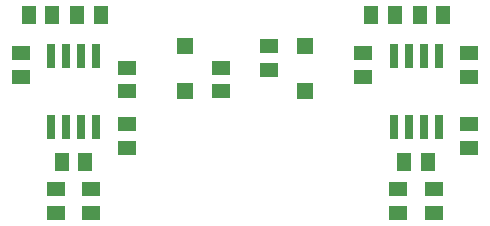
<source format=gtp>
G04 #@! TF.GenerationSoftware,KiCad,Pcbnew,(5.1.8)-1*
G04 #@! TF.CreationDate,2021-08-08T18:19:28-04:00*
G04 #@! TF.ProjectId,nearless_back_pcb,6e656172-6c65-4737-935f-6261636b5f70,rev?*
G04 #@! TF.SameCoordinates,Original*
G04 #@! TF.FileFunction,Paste,Top*
G04 #@! TF.FilePolarity,Positive*
%FSLAX46Y46*%
G04 Gerber Fmt 4.6, Leading zero omitted, Abs format (unit mm)*
G04 Created by KiCad (PCBNEW (5.1.8)-1) date 2021-08-08 18:19:28*
%MOMM*%
%LPD*%
G01*
G04 APERTURE LIST*
%ADD10R,1.500000X1.300000*%
%ADD11R,1.300000X1.500000*%
%ADD12R,0.650000X2.000000*%
%ADD13R,1.400000X1.400000*%
G04 APERTURE END LIST*
D10*
X138500000Y-59300000D03*
X138500000Y-57300000D03*
X109500000Y-59300000D03*
X109500000Y-57300000D03*
X135500000Y-59300000D03*
X135500000Y-57300000D03*
X106500000Y-59300000D03*
X106500000Y-57300000D03*
X141500000Y-47800000D03*
X141500000Y-45800000D03*
X112500000Y-49000000D03*
X112500000Y-47000000D03*
D11*
X133200000Y-42500000D03*
X135200000Y-42500000D03*
X139300000Y-42500000D03*
X137300000Y-42500000D03*
X104200000Y-42500000D03*
X106200000Y-42500000D03*
X110300000Y-42500000D03*
X108300000Y-42500000D03*
D10*
X132500000Y-45800000D03*
X132500000Y-47800000D03*
X141500000Y-53800000D03*
X141500000Y-51800000D03*
X103500000Y-45800000D03*
X103500000Y-47800000D03*
X112500000Y-53800000D03*
X112500000Y-51800000D03*
D11*
X138000000Y-55000000D03*
X136000000Y-55000000D03*
X109000000Y-55000000D03*
X107000000Y-55000000D03*
D12*
X138905000Y-52000000D03*
X137635000Y-52000000D03*
X136365000Y-52000000D03*
X135095000Y-52000000D03*
X135095000Y-46000000D03*
X136365000Y-46000000D03*
X137635000Y-46000000D03*
X138905000Y-46000000D03*
X109905000Y-52000000D03*
X108635000Y-52000000D03*
X107365000Y-52000000D03*
X106095000Y-52000000D03*
X106095000Y-46000000D03*
X107365000Y-46000000D03*
X108635000Y-46000000D03*
X109905000Y-46000000D03*
D13*
X117400000Y-45190000D03*
X117400000Y-48990000D03*
X127600000Y-48990000D03*
X127600000Y-45190000D03*
D10*
X120500000Y-46990000D03*
X120500000Y-48990000D03*
X124500000Y-47190000D03*
X124500000Y-45190000D03*
M02*

</source>
